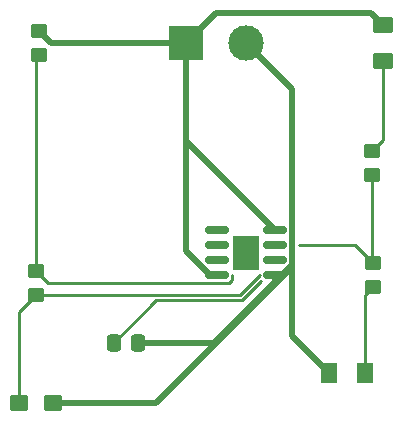
<source format=gbr>
%TF.GenerationSoftware,KiCad,Pcbnew,(6.0.10)*%
%TF.CreationDate,2023-02-17T12:18:30-08:00*%
%TF.ProjectId,exercise2,65786572-6369-4736-9532-2e6b69636164,rev?*%
%TF.SameCoordinates,Original*%
%TF.FileFunction,Copper,L1,Top*%
%TF.FilePolarity,Positive*%
%FSLAX46Y46*%
G04 Gerber Fmt 4.6, Leading zero omitted, Abs format (unit mm)*
G04 Created by KiCad (PCBNEW (6.0.10)) date 2023-02-17 12:18:30*
%MOMM*%
%LPD*%
G01*
G04 APERTURE LIST*
G04 Aperture macros list*
%AMRoundRect*
0 Rectangle with rounded corners*
0 $1 Rounding radius*
0 $2 $3 $4 $5 $6 $7 $8 $9 X,Y pos of 4 corners*
0 Add a 4 corners polygon primitive as box body*
4,1,4,$2,$3,$4,$5,$6,$7,$8,$9,$2,$3,0*
0 Add four circle primitives for the rounded corners*
1,1,$1+$1,$2,$3*
1,1,$1+$1,$4,$5*
1,1,$1+$1,$6,$7*
1,1,$1+$1,$8,$9*
0 Add four rect primitives between the rounded corners*
20,1,$1+$1,$2,$3,$4,$5,0*
20,1,$1+$1,$4,$5,$6,$7,0*
20,1,$1+$1,$6,$7,$8,$9,0*
20,1,$1+$1,$8,$9,$2,$3,0*%
G04 Aperture macros list end*
%TA.AperFunction,SMDPad,CuDef*%
%ADD10RoundRect,0.250001X0.624999X-0.462499X0.624999X0.462499X-0.624999X0.462499X-0.624999X-0.462499X0*%
%TD*%
%TA.AperFunction,SMDPad,CuDef*%
%ADD11RoundRect,0.250000X-0.450000X0.350000X-0.450000X-0.350000X0.450000X-0.350000X0.450000X0.350000X0*%
%TD*%
%TA.AperFunction,SMDPad,CuDef*%
%ADD12RoundRect,0.250001X-0.462499X-0.624999X0.462499X-0.624999X0.462499X0.624999X-0.462499X0.624999X0*%
%TD*%
%TA.AperFunction,SMDPad,CuDef*%
%ADD13RoundRect,0.150000X0.825000X0.150000X-0.825000X0.150000X-0.825000X-0.150000X0.825000X-0.150000X0*%
%TD*%
%TA.AperFunction,SMDPad,CuDef*%
%ADD14R,2.290000X3.000000*%
%TD*%
%TA.AperFunction,ComponentPad*%
%ADD15R,3.000000X3.000000*%
%TD*%
%TA.AperFunction,ComponentPad*%
%ADD16C,3.000000*%
%TD*%
%TA.AperFunction,SMDPad,CuDef*%
%ADD17RoundRect,0.250000X-0.537500X-0.425000X0.537500X-0.425000X0.537500X0.425000X-0.537500X0.425000X0*%
%TD*%
%TA.AperFunction,SMDPad,CuDef*%
%ADD18RoundRect,0.250000X-0.337500X-0.475000X0.337500X-0.475000X0.337500X0.475000X-0.337500X0.475000X0*%
%TD*%
%TA.AperFunction,Conductor*%
%ADD19C,0.254000*%
%TD*%
%TA.AperFunction,Conductor*%
%ADD20C,0.508000*%
%TD*%
G04 APERTURE END LIST*
D10*
%TO.P,D1,1,K*%
%TO.N,Net-(D1-Pad1)*%
X153887500Y-87847500D03*
%TO.P,D1,2,A*%
%TO.N,+9V*%
X153887500Y-84872500D03*
%TD*%
D11*
%TO.P,R1,1*%
%TO.N,+9V*%
X124750000Y-85360000D03*
%TO.P,R1,2*%
%TO.N,/pin_7*%
X124750000Y-87360000D03*
%TD*%
%TO.P,R3,1*%
%TO.N,Net-(D1-Pad1)*%
X152915000Y-95520000D03*
%TO.P,R3,2*%
%TO.N,/pin_3*%
X152915000Y-97520000D03*
%TD*%
D12*
%TO.P,D2,1,K*%
%TO.N,GND*%
X149312500Y-114300000D03*
%TO.P,D2,2,A*%
%TO.N,Net-(D2-Pad2)*%
X152287500Y-114300000D03*
%TD*%
D13*
%TO.P,U1,1,GND*%
%TO.N,GND*%
X144715000Y-106045000D03*
%TO.P,U1,2,TR*%
%TO.N,/pin_2*%
X144715000Y-104775000D03*
%TO.P,U1,3,Q*%
%TO.N,/pin_3*%
X144715000Y-103505000D03*
%TO.P,U1,4,R*%
%TO.N,+9V*%
X144715000Y-102235000D03*
%TO.P,U1,5,CV*%
%TO.N,Net-(C2-Pad1)*%
X139765000Y-102235000D03*
%TO.P,U1,6,THR*%
%TO.N,/pin_2*%
X139765000Y-103505000D03*
%TO.P,U1,7,DIS*%
%TO.N,/pin_7*%
X139765000Y-104775000D03*
%TO.P,U1,8,VCC*%
%TO.N,+9V*%
X139765000Y-106045000D03*
D14*
%TO.P,U1,9*%
%TO.N,N/C*%
X142240000Y-104140000D03*
%TD*%
D11*
%TO.P,R2,1*%
%TO.N,/pin_7*%
X124460000Y-105680000D03*
%TO.P,R2,2*%
%TO.N,/pin_2*%
X124460000Y-107680000D03*
%TD*%
D15*
%TO.P,J1,1,Pin_1*%
%TO.N,+9V*%
X137160000Y-86360000D03*
D16*
%TO.P,J1,2,Pin_2*%
%TO.N,GND*%
X142240000Y-86360000D03*
%TD*%
D17*
%TO.P,C1,1*%
%TO.N,/pin_2*%
X123022500Y-116840000D03*
%TO.P,C1,2*%
%TO.N,GND*%
X125897500Y-116840000D03*
%TD*%
D11*
%TO.P,R4,1*%
%TO.N,/pin_3*%
X153000000Y-104990000D03*
%TO.P,R4,2*%
%TO.N,Net-(D2-Pad2)*%
X153000000Y-106990000D03*
%TD*%
D18*
%TO.P,C2,1*%
%TO.N,Net-(C2-Pad1)*%
X131042500Y-111760000D03*
%TO.P,C2,2*%
%TO.N,GND*%
X133117500Y-111760000D03*
%TD*%
D19*
%TO.N,/pin_2*%
X141700000Y-107680000D02*
X143413000Y-105967000D01*
X123022500Y-116840000D02*
X123022500Y-109117500D01*
X123022500Y-109117500D02*
X124460000Y-107680000D01*
X124460000Y-107680000D02*
X141700000Y-107680000D01*
D20*
%TO.N,GND*%
X146144000Y-111131500D02*
X149312500Y-114300000D01*
X144780000Y-106680000D02*
X144715000Y-106615000D01*
X139559185Y-111760000D02*
X133117500Y-111760000D01*
X146144000Y-105316000D02*
X134620000Y-116840000D01*
X146144000Y-105175185D02*
X139559185Y-111760000D01*
X142240000Y-86360000D02*
X146144000Y-90264000D01*
X146144000Y-90264000D02*
X146144000Y-105316000D01*
X144715000Y-106615000D02*
X144715000Y-106045000D01*
X146144000Y-90264000D02*
X146144000Y-105175185D01*
X146144000Y-90264000D02*
X146144000Y-111131500D01*
X134620000Y-116840000D02*
X125897500Y-116840000D01*
X146144000Y-105316000D02*
X144780000Y-106680000D01*
D19*
%TO.N,Net-(C2-Pad1)*%
X134668500Y-108134000D02*
X141888052Y-108134000D01*
X141888052Y-108134000D02*
X143521236Y-106500816D01*
X131042500Y-111760000D02*
X134668500Y-108134000D01*
%TO.N,Net-(D1-Pad1)*%
X153887500Y-94547500D02*
X152915000Y-95520000D01*
X153887500Y-87847500D02*
X153887500Y-94547500D01*
D20*
%TO.N,+9V*%
X137160000Y-86360000D02*
X139700000Y-83820000D01*
X152835000Y-83820000D02*
X153887500Y-84872500D01*
X137160000Y-86360000D02*
X137160000Y-103999185D01*
X124750000Y-85360000D02*
X125750000Y-86360000D01*
X137160000Y-94680000D02*
X144715000Y-102235000D01*
X137160000Y-103999185D02*
X139205815Y-106045000D01*
X125750000Y-86360000D02*
X137160000Y-86360000D01*
X139205815Y-106045000D02*
X139765000Y-106045000D01*
X137160000Y-86360000D02*
X137160000Y-94680000D01*
X139700000Y-83820000D02*
X152835000Y-83820000D01*
D19*
%TO.N,Net-(D2-Pad2)*%
X153000000Y-106990000D02*
X152287500Y-107702500D01*
X152287500Y-107702500D02*
X152287500Y-114300000D01*
%TO.N,/pin_7*%
X124460000Y-105680000D02*
X125452000Y-106672000D01*
X124460000Y-87650000D02*
X124750000Y-87360000D01*
X124460000Y-105680000D02*
X124460000Y-87650000D01*
X141067000Y-106392580D02*
X141067000Y-105967000D01*
X140787580Y-106672000D02*
X141067000Y-106392580D01*
X125452000Y-106672000D02*
X140787580Y-106672000D01*
%TO.N,/pin_3*%
X152915000Y-97520000D02*
X152915000Y-104905000D01*
X151515000Y-103505000D02*
X146725000Y-103505000D01*
X153000000Y-104990000D02*
X151515000Y-103505000D01*
X152915000Y-104905000D02*
X153000000Y-104990000D01*
%TD*%
M02*

</source>
